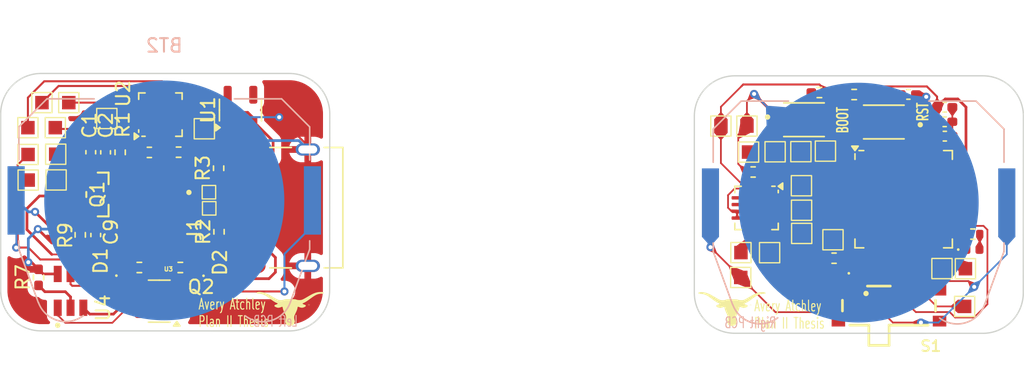
<source format=kicad_pcb>
(kicad_pcb (version 20240108) (generator "pcbnew") (generator_version "8.0")
  (layers (0 "F.Cu" signal) (31 "B.Cu" signal) (34 "B.Paste" user) (35 "F.Paste" user) (36 "B.SilkS" user "B.Silkscreen") (37 "F.SilkS" user "F.Silkscreen") (38 "B.Mask" user) (39 "F.Mask" user) (44 "Edge.Cuts" user))
  (net 0 "")
  (net 1 "B-")
  (net 2 "Net-(U2-GAIN_SLOT)")
  (net 3 "B+")
  (net 4 "VBUS")
  (net 5 "VDD_ESP")
  (net 6 "Net-(J1-CC1_B)")
  (net 7 "D-")
  (net 8 "D+")
  (net 11 "Net-(J1-CC1_A)")
  (net 12 "CLK1")
  (net 13 "SEL1")
  (net 14 "MIC_DATA1")
  (net 15 "Net-(Q1-D)")
  (net 16 "/G1")
  (net 17 "/G2")
  (net 18 "Net-(D2-K)")
  (net 19 "Net-(U3-~{CHRG})")
  (net 20 "Net-(U3-~{STDBY})")
  (net 21 "Net-(D1-K)")
  (net 22 "Net-(U3-PROG)")
  (net 23 "Net-(U4-CS)")
  (net 24 "SPK_P1")
  (net 25 "SPK_N1")
  (net 27 "SPK_DATA1")
  (net 33 "Net-(D3-A)")
  (net 34 "Net-(D4-A)")
  (net 35 "SEL2")
  (net 36 "MIC_DATA2")
  (net 37 "CLK2")
  (net 38 "/D1")
  (net 39 "Net-(U8-GPIO9)")
  (net 40 "Net-(U5-GAIN_SLOT)")
  (net 42 "SPK2_P")
  (net 43 "SPK2_N")
  (net 44 "RESET")
  (net 45 "SPK2_DATA")
  (net 46 "BOOT")
  (footprint "Capacitor_SMD:C_0402_1005Metric_Pad0.74x0.62mm_HandSolder" (layer "F.Cu") (at 58.9 66.6225 90)
    (property "Reference" "C1")
    (property "Value" "4.7uF" (hide yes))
  )
  (footprint "MountingHole:Mounting_Pad_Square" (layer "F.Cu") (at 60.09 64.12)
    (property "Reference" "TP25" (hide yes))
    (property "Value" "TestPoint" (hide yes))
  )
  (footprint "Capacitor_SMD:C_0402_1005Metric_Pad0.74x0.62mm_HandSolder" (layer "F.Cu") (at 60 66.63 90)
    (property "Reference" "C2")
    (property "Value" "10uF" (hide yes))
  )
  (footprint "Resistor_SMD:R_0402_1005Metric_Pad0.72x0.64mm_HandSolder" (layer "F.Cu") (at 115.499569 62.339909)
    (property "Reference" "R14" (hide yes))
    (property "Value" "10k" (hide yes))
  )
  (footprint "LED_SMD:LED_0402_1005Metric" (layer "F.Cu") (at 67.26 74.705 90)
    (property "Reference" "D2")
    (property "Value" "RED_LED" (hide yes))
  )
  (footprint "Package_DFN_QFN:TQFN-16-1EP_3x3mm_P0.5mm_EP1.23x1.23mm" (layer "F.Cu") (at 64.0625 63.83 90)
    (property "Reference" "U2")
    (property "Value" "MAX98357A" (hide yes))
  )
  (footprint "Resistor_SMD:R_0402_1005Metric_Pad0.72x0.64mm_HandSolder" (layer "F.Cu") (at 58.12 72.7575 -90)
    (property "Reference" "R9")
    (property "Value" "100" (hide yes))
  )
  (footprint "MountingHole:Mounting_Pad_Square" (layer "F.Cu") (at 111.589569 69.109909)
    (property "Reference" "TP9" (hide yes))
    (property "Value" "TestPoint" (hide yes))
  )
  (footprint "footprints:DMP3099L-7" (layer "F.Cu") (at 59.3955 69.76 -90)
    (property "Reference" "Q1")
    (property "Value" "PMOS" (hide yes))
  )
  (footprint "Package_DFN_QFN:TQFN-16-1EP_3x3mm_P0.5mm_EP1.23x1.23mm" (layer "F.Cu") (at 108.262069 70.759909 -90)
    (property "Reference" "U5" (hide yes))
    (property "Value" "MAX98357A" (hide yes))
  )
  (footprint "MountingHole:Mounting_Pad_Square" (layer "F.Cu") (at 67.68 70.79 90)
    (property "Reference" "TP28" (hide yes))
    (property "Value" "TestPoint" (hide yes))
  )
  (footprint "MountingHole:Mounting_Pad_Square" (layer "F.Cu") (at 67.32 64.88)
    (property "Reference" "TP30" (hide yes))
    (property "Value" "TestPoint" (hide yes))
  )
  (footprint "MountingHole:Mounting_Pad_Square" (layer "F.Cu") (at 54.25 66.79)
    (property "Reference" "TP27" (hide yes))
    (property "Value" "TestPoint" (hide yes))
  )
  (footprint "Resistor_SMD:R_0402_1005Metric_Pad0.72x0.64mm_HandSolder" (layer "F.Cu") (at 112.922069 62.189909 180)
    (property "Reference" "R15" (hide yes))
    (property "Value" "10k" (hide yes))
  )
  (footprint "Package_TO_SOT_SMD:SOT-23-5" (layer "F.Cu") (at 70 63.4925 90)
    (property "Reference" "U1")
    (property "Value" "AP2112K-3.3" (hide yes))
  )
  (footprint "MountingHole:Mounting_Pad_Square" (layer "F.Cu") (at 123.749569 75.269909)
    (property "Reference" "TP23" (hide yes))
    (property "Value" "TestPoint" (hide yes))
  )
  (footprint "LOGO" (layer "F.Cu") (at 106.439569 78.259909)
    (property "Reference" "G***" (hide yes))
    (property "Value" "LOGO" (hide yes))
  )
  (footprint "12402012E212A:AMPHENOL_12402012E212A" (layer "F.Cu") (at 74.99 70.74 90)
    (property "Reference" "J1")
    (property "Value" "12402012E212A")
  )
  (footprint "MountingHole:Mounting_Pad_Square" (layer "F.Cu") (at 54.24 64.8)
    (property "Reference" "TP1" (hide yes))
    (property "Value" "TestPoint" (hide yes))
  )
  (footprint "DW01A:SOT95P280X145-6N" (layer "F.Cu") (at 57.4 76.915 90)
    (property "Reference" "U4")
    (property "Value" "DW01A" (hide yes))
  )
  (footprint "Resistor_SMD:R_0402_1005Metric_Pad0.72x0.64mm_HandSolder" (layer "F.Cu") (at 65.4125 66.62 180)
    (property "Reference" "R6" (hide yes))
    (property "Value" "2k" (hide yes))
  )
  (footprint "MountingHole:Mounting_Pad_Square" (layer "F.Cu") (at 105.619569 64.679909)
    (property "Reference" "TP20" (hide yes))
    (property "Value" "TestPoint" (hide yes))
  )
  (footprint "MountingHole:Mounting_Pad_Square" (layer "F.Cu") (at 67.66 69.59 90)
    (property "Reference" "TP29" (hide yes))
    (property "Value" "TestPoint" (hide yes))
  )
  (footprint "MountingHole:Mounting_Pad_Square" (layer "F.Cu") (at 113.369569 66.539909)
    (property "Reference" "TP17" (hide yes))
    (property "Value" "TestPoint" (hide yes))
  )
  (footprint "MountingHole:Mounting_Pad_Square" (layer "F.Cu") (at 109.639569 66.589909)
    (property "Reference" "TP15" (hide yes))
    (property "Value" "TestPoint" (hide yes))
  )
  (footprint "Capacitor_SMD:C_0402_1005Metric_Pad0.74x0.62mm_HandSolder" (layer "F.Cu") (at 119.519569 62.329909)
    (property "Reference" "C5" (hide yes))
    (property "Value" "100nF" (hide yes))
  )
  (footprint "MountingHole:Mounting_Pad_Square" (layer "F.Cu") (at 55.28 62.94)
    (property "Reference" "TP2" (hide yes))
    (property "Value" "TestPoint" (hide yes))
  )
  (footprint "MountingHole:Mounting_Pad_Square" (layer "F.Cu") (at 107.549569 64.679909)
    (property "Reference" "TP6" (hide yes))
    (property "Value" "TestPoint" (hide yes))
  )
  (footprint "MountingHole:Mounting_Pad_Square" (layer "F.Cu") (at 123.689569 78.069909)
    (property "Reference" "TP21" (hide yes))
    (property "Value" "TestPoint" (hide yes))
  )
  (footprint "MountingHole:Mounting_Pad_Square" (layer "F.Cu") (at 109.229569 74.079909)
    (property "Reference" "TP4" (hide yes))
    (property "Value" "TestPoint" (hide yes))
  )
  (footprint "Capacitor_SMD:C_0402_1005Metric_Pad0.74x0.62mm_HandSolder" (layer "F.Cu") (at 122.222069 65.429909)
    (property "Reference" "C8" (hide yes))
    (property "Value" "1uF" (hide yes))
  )
  (footprint "Package_DFN_QFN:QFN-56-1EP_7x7mm_P0.4mm_EP4x4mm" (layer "F.Cu") (at 119.169569 70.109909)
    (property "Reference" "U8" (hide yes))
    (property "Value" "ESP32-S3" (hide yes))
  )
  (footprint "Resistor_SMD:R_0402_1005Metric_Pad0.72x0.64mm_HandSolder" (layer "F.Cu") (at 55.03 75.9125 90)
    (property "Reference" "R7")
    (property "Value" "1k" (hide yes))
  )
  (footprint "LED_SMD:LED_0402_1005Metric" (layer "F.Cu") (at 60.8 74.695 90)
    (property "Reference" "D1")
    (property "Value" "GREEN_LED" (hide yes))
  )
  (footprint "MountingHole:Mounting_Pad_Square" (layer "F.Cu") (at 107.669569 66.609909)
    (property "Reference" "TP18" (hide yes))
    (property "Value" "TestPoint" (hide yes))
  )
  (footprint "MountingHole:Mounting_Pad_Square" (layer "F.Cu") (at 111.609569 72.649909)
    (property "Reference" "TP7" (hide yes))
    (property "Value" "TestPoint" (hide yes))
  )
  (footprint "MountingHole:Mounting_Pad_Square" (layer "F.Cu") (at 111.599569 70.929909)
    (property "Reference" "TP8" (hide yes))
    (property "Value" "TestPoint" (hide yes))
  )
  (footprint "B3U-1000P:SW_B3U-1000P" (layer "F.Cu") (at 111.779569 64.209909)
    (property "Reference" "BOOT")
    (property "Value" "SW_Push" (hide yes))
  )
  (footprint "LED_SMD:LED_0402_1005Metric" (layer "F.Cu") (at 124.304569 73.849909)
    (property "Reference" "D3" (hide yes))
    (property "Value" "RED_LED" (hide yes))
  )
  (footprint "Resistor_SMD:R_0402_1005Metric_Pad0.72x0.64mm_HandSolder" (layer "F.Cu") (at 65.54 75.18 180)
    (property "Reference" "R4" (hide yes))
    (property "Value" "1k" (hide yes))
  )
  (footprint "Resistor_SMD:R_0402_1005Metric" (layer "F.Cu") (at 63.245 66.6362 180)
    (property "Reference" "R10" (hide yes))
    (property "Value" "100k" (hide yes))
  )
  (footprint "LOGO" (layer "F.Cu") (at 73.68 78.25)
    (property "Reference" "G***" (hide yes))
    (property "Value" "LOGO" (hide yes))
  )
  (footprint "B3U-1000P:SW_B3U-1000P" (layer "F.Cu") (at 117.699569 64.379909 180)
    (property "Reference" "RST")
    (property "Value" "SW_Push" (hide yes))
  )
  (footprint "LED_SMD:LED_0402_1005Metric" (layer "F.Cu") (at 114.014569 75.609909 180)
    (property "Reference" "D4" (hide yes))
    (property "Value" "GREEN_LED" (hide yes))
  )
  (footprint "MountingHole:Mounting_Pad_Square" (layer "F.Cu") (at 122.009569 75.259909)
    (property "Reference" "TP22" (hide yes))
    (property "Value" "TestPoint" (hide yes))
  )
  (footprint "MountingHole:Mounting_Pad_Square" (layer "F.Cu") (at 107.089569 75.919909)
    (property "Reference" "TP24" (hide yes))
    (property "Value" "TestPoint" (hide yes))
  )
  (footprint "MountingHole:Mounting_Pad_Square" (layer "F.Cu") (at 111.549569 66.579909)
    (property "Reference" "TP16" (hide yes))
    (property "Value" "TestPoint" (hide yes))
  )
  (footprint "MountingHole:Mounting_Pad_Square" (layer "F.Cu") (at 107.104569 74.074909)
    (property "Reference" "TP3" (hide yes))
    (property "Value" "TestPoint" (hide yes))
  )
  (footprint "Resistor_SMD:R_0402_1005Metric" (layer "F.Cu") (at 124.299569 72.699909)
    (property "Reference" "R11" (hide yes))
    (property "Value" "470" (hide yes))
  )
  (footprint "MountingHole:Mounting_Pad_Square" (layer "F.Cu") (at 113.929569 73.119909)
    (property "Reference" "TP13" (hide yes))
    (property "Value" "TestPoint" (hide yes))
  )
  (footprint "Capacitor_SMD:C_0402_1005Metric_Pad0.74x0.62mm_HandSolder" (layer "F.Cu") (at 122.209569 64.359909)
    (property "Reference" "C3" (hide yes))
    (property "Value" "4.7uF" (hide yes))
  )
  (footprint "Capacitor_SMD:C_0402_1005Metric_Pad0.74x0.62mm_HandSolder" (layer "F.Cu") (at 59.27 72.77 -90)
    (property "Reference" "C9")
    (property "Value" "100nF" (hide yes))
  )
  (footprint "Resistor_SMD:R_0402_1005Metric_Pad0.72x0.64mm_HandSolder" (layer "F.Cu") (at 68.38 67.81 90)
    (property "Reference" "R3")
    (property "Value" "5.1k" (hide yes))
  )
  (footprint "MountingHole:Mounting_Pad_Square" (layer "F.Cu") (at 56.33 68.68)
    (property "Reference" "TP31" (hide yes))
    (property "Value" "TestPoint" (hide yes))
  )
  (footprint "MountingHole:Mounting_Pad_Square" (layer "F.Cu") (at 57.27 62.94)
    (property "Reference" "TP10" (hide yes))
    (property "Value" "TestPoint" (hide yes))
  )
  (footprint "Resistor_SMD:R_0402_1005Metric" (layer "F.Cu") (at 108.009569 68.089909 180)
    (property "Reference" "R13" (hide yes))
    (property "Value" "100k" (hide yes))
  )
  (footprint "Capacitor_SMD:C_0402_1005Metric_Pad0.74x0.62mm_HandSolder" (layer "F.Cu") (at 122.212069 63.279909)
    (property "Reference" "C4" (hide yes))
    (property "Value" "100nF" (hide yes))
  )
  (footprint "Resistor_SMD:R_0402_1005Metric_Pad0.72x0.64mm_HandSolder" (layer "F.Cu") (at 61.08 66.63 90)
    (property "Reference" "R1")
    (property "Value" "100k" (hide yes))
  )
  (footprint "450404015514:450404015514" (layer "F.Cu") (at 118.079569 78.009909 180)
    (property "Reference" "S1")
    (property "Value" "450404015514" (hide yes))
  )
  (footprint "MountingHole:Mounting_Pad_Square" (layer "F.Cu") (at 56.3 66.77)
    (property "Reference" "TP12" (hide yes))
    (property "Value" "TestPoint" (hide yes))
  )
  (footprint "Resistor_SMD:R_0402_1005Metric_Pad0.72x0.64mm_HandSolder" (layer "F.Cu") (at 68.41 72.53 90)
    (property "Reference" "R2")
    (property "Value" "5.1k" (hide yes))
  )
  (footprint "Package_TO_SOT_SMD:SOT-23-6" (layer "F.Cu") (at 63.9775 77.68 180)
    (property "Reference" "Q2")
    (property "Value" "FS8205A" (hide yes))
  )
  (footprint "MountingHole:Mounting_Pad_Square" (layer "F.Cu") (at 56.27 64.8)
    (property "Reference" "TP11" (hide yes))
    (property "Value" "TestPoint" (hide yes))
  )
  (footprint "TP4056 (1):SO08-PAD-300" (layer "F.Cu") (at 64.075 70.8962 180)
    (property "Reference" "U3")
    (property "Value" "TP4056")
  )
  (footprint "MountingHole:Mounting_Pad_Square" (layer "F.Cu") (at 54.26 68.69)
    (property "Reference" "TP14" (hide yes))
    (property "Value" "TestPoint" (hide yes))
  )
  (footprint "Resistor_SMD:R_0402_1005Metric" (layer "F.Cu") (at 114.009569 74.489909)
    (property "Reference" "R12" (hide yes))
    (property "Value" "470" (hide yes))
  )
  (footprint "Resistor_SMD:R_0402_1005Metric_Pad0.72x0.64mm_HandSolder" (layer "F.Cu") (at 62.5025 75.18)
    (property "Reference" "R5" (hide yes))
    (property "Value" "1k" (hide yes))
  )
  (footprint "Battery:BatteryHolder_Keystone_3034_1x20mm_CustomCourtyard" (layer "B.Cu") (at 115.829569 70.363539 180)
    (property "Reference" "BT1" (hide yes))
    (property "Value" "Battery_Cell")
  )
  (footprint "Battery:BatteryHolder_Keystone_3034_1x20mm_CustomCourtyard" (layer "B.Cu") (at 64.35 70.2 180)
    (property "Reference" "BT2")
    (property "Value" "Battery_Cell" (hide yes))
  )
  (gr_poly (pts (arc (start 106.642018 80.062018) (mid 104.525409 79.185289) (end 103.64868 77.06868)) (arc (start 103.65 63.95) (mid 104.52868 61.82868) (end 106.65 60.95)) (arc (start 125.04736 60.95) (mid 127.16868 61.82868) (end 128.04736 63.95)) (arc (start 128.03736 77.06736) (mid 127.15868 79.18868) (end 125.03736 80.06736))) (stroke (width 0.1)) (fill none) (layer "Edge.Cuts"))
  (gr_poly (pts (arc (start 55.213966 79.885883) (mid 53.097357 79.009154) (end 52.220628 76.892545)) (arc (start 52.221948 63.773865) (mid 53.100628 61.652545) (end 55.221948 60.773865)) (arc (start 73.619308 60.773865) (mid 75.740628 61.652545) (end 76.619308 63.773865)) (arc (start 76.609308 76.891225) (mid 75.730628 79.012545) (end 73.609308 79.891225))) (stroke (width 0.1)) (fill none) (layer "Edge.Cuts"))
  (gr_text "Left PCB\n" (at 74.29 79.64 0) (layer "B.SilkS") (effects (font (size 0.8 0.5) (thickness 0.08)) (justify left bottom mirror)))
  (gr_text "Right PCB\n" (at 109.759569 79.749909 0) (layer "B.SilkS") (effects (font (size 0.8 0.5) (thickness 0.08)) (justify left bottom mirror)))
  (gr_text "Avery Atchley\nPlan II Thesis" (at 108.039569 79.789909 0) (layer "F.SilkS") (effects (font (size 0.8 0.5) (thickness 0.08)) (justify left bottom)))
  (gr_text "Avery Atchley\nPlan II Thesis" (at 66.84 79.66 0) (layer "F.SilkS") (effects (font (size 0.8 0.5) (thickness 0.08)) (justify left bottom)))
  (segment (start 64.797304 77.68) (end 65.115 77.68) (width 0.15) (layer "F.Cu") (net 1))
  (segment (start 62.625 64.08) (end 62.198114 64.08) (width 0.2) (layer "F.Cu") (net 1))
  (segment (start 109.699569 70.509909) (end 108.512069 70.509909) (width 0.127) (layer "F.Cu") (net 1))
  (segment (start 70.81 75.06) (end 70.81 74.51) (width 0.15) (layer "F.Cu") (net 1))
  (segment (start 56.45 75.66) (end 55.375 75.66) (width 0.2) (layer "F.Cu") (net 1))
  (segment (start 70 64.63) (end 70 65.61) (width 0.15) (layer "F.Cu") (net 1))
  (segment (start 70.81 74.51) (end 70.24 73.94) (width 0.15) (layer "F.Cu") (net 1))
  (segment (start 63.44 68.28) (end 63.44 70.2612) (width 0.2) (layer "F.Cu") (net 1))
  (segment (start 67.29 77.68) (end 65.115 77.68) (width 0.2) (layer "F.Cu") (net 1))
  (segment (start 65.98 66.65) (end 66.01 66.62) (width 0.2) (layer "F.Cu") (net 1))
  (segment (start 65.98 68.28) (end 65.98 68.9912) (width 0.2) (layer "F.Cu") (net 1))
  (segment (start 55.375 75.66) (end 55.03 75.315) (width 0.2) (layer "F.Cu") (net 1))
  (segment (start 65.98 68.9912) (end 64.075 70.8962) (width 0.2) (layer "F.Cu") (net 1))
  (segment (start 108.512069 70.509909) (end 108.262069 70.759909) (width 0.127) (layer "F.Cu") (net 1))
  (segment (start 64.0625 63.83) (end 63.8125 63.58) (width 0.2) (layer "F.Cu") (net 1))
  (segment (start 64.766948 77.52) (end 65.12 77.52) (width 0.2) (layer "F.Cu") (net 1))
  (segment (start 108.512069 71.009909) (end 108.512069 72.197409) (width 0.127) (layer "F.Cu") (net 1))
  (segment (start 119.169569 70.109909) (end 122.909569 73.849909) (width 0.127) (layer "F.Cu") (net 1))
  (segment (start 62.84 78.63) (end 63.847304 78.63) (width 0.15) (layer "F.Cu") (net 1))
  (segment (start 70.81 66.97) (end 70.24 67.54) (width 0.15) (layer "F.Cu") (net 1))
  (segment (start 63.8125 64.08) (end 64.0625 63.83) (width 0.2) (layer "F.Cu") (net 1))
  (segment (start 65.115 77.68) (end 65.115 76.73) (width 0.15) (layer "F.Cu") (net 1))
  (segment (start 63.8125 63.58) (end 63.8125 62.3925) (width 0.2) (layer "F.Cu") (net 1))
  (segment (start 68.7075 67.54) (end 70.24 67.54) (width 0.2) (layer "F.Cu") (net 1))
  (segment (start 63.847304 78.63) (end 64.797304 77.68) (width 0.15) (layer "F.Cu") (net 1))
  (segment (start 108.012069 69.322409) (end 108.012069 68.602409) (width 0.127) (layer "F.Cu") (net 1))
  (segment (start 108.012069 70.509909) (end 108.012069 69.322409) (width 0.127) (layer "F.Cu") (net 1))
  (segment (start 66.01 66.62) (end 65.39 66) (width 0.2) (layer "F.Cu") (net 1))
  (segment (start 62.158114 64.12) (end 60.09 64.12) (width 0.2) (layer "F.Cu") (net 1))
  (segment (start 106.906069 67.496409) (end 106.906069 65.323409) (width 0.127) (layer "F.Cu") (net 1))
  (segment (start 64.766948 76.57) (end 65.12 76.57) (width 0.2) (layer "F.Cu") (net 1))
  (segment (start 62.735 66.6362) (end 62.1538 66.055) (width 0.2) (layer "F.Cu") (net 1))
  (segment (start 112.873069 76.196409) (end 109.786569 73.109909) (width 0.127) (layer "F.Cu") (net 1))
  (segment (start 108.262069 70.759909) (end 108.512069 71.009909) (width 0.127) (layer "F.Cu") (net 1))
  (segment (start 67.59 77.98) (end 67.29 77.68) (width 0.2) (layer "F.Cu") (net 1))
  (segment (start 54.27 74.79) (end 54.505 74.79) (width 0.2) (layer "F.Cu") (net 1))
  (segment (start 64.3125 65.2675) (end 64.3125 64.08) (width 0.2) (layer "F.Cu") (net 1))
  (segment (start 113.913069 76.196409) (end 112.873069 76.196409) (width 0.127) (layer "F.Cu") (net 1))
  (segment (start 119.169569 70.109909) (end 119.169569 70.104651) (width 0.127) (layer "F.Cu") (net 1))
  (segment (start 107.499569 68.089909) (end 106.906069 67.496409) (width 0.127) (layer "F.Cu") (net 1))
  (segment (start 64.075 70.8962) (end 66.1787 70.8962) (width 0.2) (layer "F.Cu") (net 1))
  (segment (start 109.996069 64.209909) (end 108.079569 62.293409) (width 0.2) (layer "F.Cu") (net 1))
  (segment (start 122.779569 66.494651) (end 122.779569 63.279909) (width 0.127) (layer "F.Cu") (net 1))
  (segment (start 116.200811 73.908667) (end 116.200811 73.078667) (width 0.127) (layer "F.Cu") (net 1))
  (segment (start 65.39 66) (end 64.618114 66) (width 0.2) (layer "F.Cu") (net 1))
  (segment (start 70 65.61) (end 70.81 66.42) (width 0.15) (layer "F.Cu") (net 1))
  (segment (start 74.99 75.06) (end 74.99 66.42) (width 0.15) (layer "F.Cu") (net 1))
  (segment (start 62.625 64.08) (end 63.8125 64.08) (width 0.2) (layer "F.Cu") (net 1))
  (segment (start 65.98 68.28) (end 65.98 66.65) (width 0.2) (layer "F.Cu") (net 1))
  (segment (start 75.24 66.38) (end 74.5 66.38) (width 0.2) (layer "F.Cu") (net 1))
  (segment (start 66.6025 67.2125) (end 66.01 66.62) (width 0.2) (layer "F.Cu") (net 1))
  (segment (start 73.73 77.98) (end 74.99 76.72) (width 0.2) (layer "F.Cu") (net 1))
  (segment (start 62.198114 64.08) (end 62.158114 64.12) (width 0.2) (layer "F.Cu") (net 1))
  (segment (start 67.59 77.98) (end 73.73 77.98) (width 0.2) (layer "F.Cu") (net 1))
  (segment (start 114.499569 75.609909) (end 113.913069 76.196409) (width 0.127) (layer "F.Cu") (net 1))
  (segment (start 110.079569 64.209909) (end 109.996069 64.209909) (width 0.2) (layer "F.Cu") (net 1))
  (segment (start 108.512069 72.64746) (end 108.512069 72.197409) (width 0.127) (layer "F.Cu") (net 1))
  (segment (start 68.38 67.2125) (end 68.7075 67.54) (width 0.2) (layer "F.Cu") (net 1))
  (segment (start 122.909569 73.849909) (end 123.819569 73.849909) (width 0.127) (layer "F.Cu") (net 1))
  (segment (start 107.549569 62.823409) (end 107.549569 64.679909) (width 0.127) (layer "F.Cu") (net 1))
  (segment (start 106.906069 65.323409) (end 107.549569 64.679909) (width 0.127) (layer "F.Cu") (net 1))
  (segment (start 70.24 73.94) (end 69.2225 73.94) (width 0.15) (layer "F.Cu") (net 1))
  (segment (start 62.735 66.6362) (end 63.44 67.3412) (width 0.2) (layer "F.Cu") (net 1))
  (segment (start 118.169569 69.109909) (end 119.169569 70.109909) (width 0.2) (layer "F.Cu") (net 1))
  (segment (start 120.087069 62.329909) (end 119.989569 62.427409) (width 0.2) (layer "F.Cu") (net 1))
  (segment (start 74.99 66.42) (end 74.99 66.14) (width 0.15) (layer "F.Cu") (net 1))
  (segment (start 119.169569 70.104651) (end 122.779569 66.494651) (width 0.127) (layer "F.Cu") (net 1))
  (segment (start 68.38 67.2125) (end 66.6025 67.2125) (width 0.2) (layer "F.Cu") (net 1))
  (segment (start 58.12 73.355) (end 56.005 73.355) (width 0.2) (layer "F.Cu") (net 1))
  (segment (start 116.200811 73.078667) (end 119.169569 70.109909) (width 0.127) (layer "F.Cu") (net 1))
  (segment (start 74.99 66.14) (end 72.87 64.02) (width 0.15) (layer "F.Cu") (net 1))
  (segment (start 70.81 66.42) (end 70.81 66.97) (width 0.15) (layer "F.Cu") (net 1))
  (segment (start 64.3125 65.694386) (end 64.3125 65.2675) (width 0.2) (layer "F.Cu") (net 1))
  (segment (start 66.1787 70.8962) (end 68.41 73.1275) (width 0.2) (layer "F.Cu") (net 1))
  (segment (start 56.005 73.355) (end 54.98 72.33) (width 0.2) (layer "F.Cu") (net 1))
  (segment (start 119.399569 63.719909) (end 119.399569 64.379909) (width 0.2) (layer "F.Cu") (net 1))
  (segment (start 65.98 67.835) (end 65.98 68.28) (width 0.2) (layer "F.Cu") (net 1))
  (segment (start 120.087069 62.329909) (end 120.666395 62.329909) (width 0.2) (layer "F.Cu") (net 1))
  (segment (start 64.3125 64.08) (end 64.0625 63.83) (width 0.2) (layer "F.Cu") (net 1))
  (segment (start 54.505 74.79) (end 55.03 75.315) (width 0.2) (layer "F.Cu") (net 1))
  (segment (start 108.262069 70.759909) (end 108.012069 70.509909) (width 0.127) (layer "F.Cu") (net 1))
  (segment (start 59.27 73.3375) (end 58.1375 73.3375) (width 0.2) (layer "F.Cu") (net 1))
  (segment (start 66.6025 67.2125) (end 65.98 67.835) (width 0.2) (layer "F.Cu") (net 1))
  (segment (start 69.2225 73.94) (end 68.41 73.1275) (width 0.15) (layer "F.Cu") (net 1))
  (segment (start 64.618114 66) (end 64.3125 65.694386) (width 0.2) (layer "F.Cu") (net 1))
  (segment (start 58.1375 73.3375) (end 58.12 73.355) (width 0.2) (layer "F.Cu") (net 1))
  (segment (start 120.666395 62.329909) (end 120.842982 62.506496) (width 0.2) (layer "F.Cu") (net 1))
  (segment (start 108.974518 73.109909) (end 108.512069 72.64746) (width 0.127) (layer "F.Cu") (net 1))
  (segment (start 114.499569 75.609909) (end 116.200811 73.908667) (width 0.127) (layer "F.Cu") (net 1))
  (segment (start 63.44 67.3412) (end 63.44 68.28) (width 0.2) (layer "F.Cu") (net 1))
  (segment (start 62.1538 66.055) (end 58.9 66.055) (width 0.2) (layer "F.Cu") (net 1))
  (segment (start 119.989569 62.427409) (end 119.989569 63.129909) (width 0.2) (layer "F.Cu") (net 1))
  (segment (start 109.786569 73.109909) (end 108.974518 73.109909) (width 0.127) (layer "F.Cu") (net 1))
  (segment (start 74.99 76.72) (end 74.99 75.06) (width 0.2) (layer "F.Cu") (net 1))
  (segment (start 118.169569 65.609909) (end 118.169569 66.659909) (width 0.2) (layer "F.Cu") (net 1))
  (segment (start 119.989569 63.129909) (end 119.399569 63.719909) (width 0.2) (layer "F.Cu") (net 1))
  (segment (start 108.012069 68.602409) (end 107.499569 68.089909) (width 0.127) (layer "F.Cu") (net 1))
  (segment (start 108.079569 62.293409) (end 107.549569 62.823409) (width 0.127) (layer "F.Cu") (net 1))
  (segment (start 63.44 70.2612) (end 64.075 70.8962) (width 0.2) (layer "F.Cu") (net 1))
  (segment (start 119.399569 64.379909) (end 118.169569 65.609909) (width 0.2) (layer "F.Cu") (net 1))
  (via (at 120.842982 62.506496) (size 0.6) (drill 0.3) (layers "F.Cu" "B.Cu") (net 1))
  (via (at 54.27 74.79) (size 0.6) (drill 0.3) (layers "F.Cu" "B.Cu") (net 1))
  (via (at 108.079569 62.293409) (size 0.6) (drill 0.3) (layers "F.Cu" "B.Cu") (net 1))
  (via (at 72.87 64.02) (size 0.6) (drill 0.3) (layers "F.Cu" "B.Cu") (net 1))
  (via (at 54.98 72.33) (size 0.6) (drill 0.3) (layers "F.Cu" "B.Cu") (net 1))
  (segment (start 70.53 64.02) (end 64.35 70.2) (width 0.15) (layer "B.Cu") (net 1))
  (segment (start 54.98 72.33) (end 62.215 72.33) (width 0.2) (layer "B.Cu") (net 1))
  (segment (start 115.829569 66.799909) (end 115.829569 70.363539) (width 0.127) (layer "B.Cu") (net 1))
  (segment (start 62.215 72.33) (end 68.785 65.76) (width 0.2) (layer "B.Cu") (net 1))
  (segment (start 120.842982 65.350126) (end 115.829569 70.363539) (width 0.2) (layer "B.Cu") (net 1))
  (segment (start 115.829569 70.043409) (end 108.079569 62.293409) (width 0.127) (layer "B.Cu") (net 1))
  (segment (start 54.98 72.33) (end 54.27 73.04) (width 0.2) (layer "B.Cu") (net 1))
  (segment (start 115.829569 70.363539) (end 115.829569 70.043409) (width 0.127) (layer "B.Cu") (net 1))
  (segment (start 120.842982 62.506496) (end 120.842982 65.350126) (width 0.2) (layer "B.Cu") (net 1))
  (segment (start 54.27 73.04) (end 54.27 74.79) (width 0.2) (layer "B.Cu") (net 1))
  (segment (start 72.87 64.02) (end 70.53 64.02) (width 0.15) (layer "B.Cu") (net 1))
  (segment (start 68.785 65.76) (end 74.33 65.76) (width 0.2) (layer "B.Cu") (net 1))
  (segment (start 74.33 65.76) (end 74.99 66.42) (width 0.2) (layer "B.Cu") (net 1))
  (segment (start 63.8125 66.5787) (end 63.755 66.6362) (width 0.2) (layer "F.Cu") (net 2))
  (segment (start 63.8125 65.2675) (end 63.8125 66.5787) (width 0.2) (layer "F.Cu") (net 2))
  (segment (start 121.412569 76.189909) (end 123.969569 76.189909) (width 0.127) (layer "F.Cu") (net 3))
  (segment (start 54.25 66.79) (end 53.485 67.555) (width 0.15) (layer "F.Cu") (net 3))
  (segment (start 60.8601 72.2025) (end 62.17 73.5124) (width 0.2) (layer "F.Cu") (net 3))
  (segment (start 68.97 76.96) (end 73.26 76.96) (width 0.15) (layer "F.Cu") (net 3))
  (segment (start 55.155 74.585) (end 54.27 73.7) (width 0.15) (layer "F.Cu") (net 3))
  (segment (start 62.152066 76.1665) (end 68.1765 76.1665) (width 0.127) (layer "F.Cu") (net 3))
  (segment (start 60.465 76.54) (end 60.835 76.17) (width 0.127) (layer "F.Cu") (net 3))
  (segment (start 55.88 72.16) (end 54.77 71.05) (width 0.2) (layer "F.Cu") (net 3))
  (segment (start 58.12 72.16) (end 55.88 72.16) (width 0.2) (layer "F.Cu") (net 3))
  (segment (start 121.246069 75.585857) (end 121.246069 76.023409) (width 0.127) (layer "F.Cu") (net 3))
  (segment (start 118.829569 75.959909) (end 119.769845 75.019633) (width 0.127) (layer "F.Cu") (net 3))
  (segment (start 57.08 74.585) (end 55.155 74.585) (width 0.15) (layer "F.Cu") (net 3))
  (segment (start 57.4 75.66) (end 57.4 74.905) (width 0.15) (layer "F.Cu") (net 3))
  (segment (start 57.4 75.66) (end 57.4 76.415) (width 0.15) (layer "F.Cu") (net 3))
  (segment (start 117.596069 78.496409) (end 118.365688 79.266028) (width 0.127) (layer "F.Cu") (net 3))
  (segment (start 57.4 76.415) (end 57.525 76.54) (width 0.15) (layer "F.Cu") (net 3))
  (segment (start 109.666069 78.496409) (end 117.596069 78.496409) (width 0.127) (layer "F.Cu") (net 3))
  (segment (start 53.485 73.585) (end 53.37 73.7) (width 0.15) (layer "F.Cu") (net 3))
  (segment (start 104.844569 73.674909) (end 107.089569 75.919909) (width 0.127) (layer "F.Cu") (net 3))
  (segment (start 58.12 72.16) (end 59.2275 72.16) (width 0.2) (layer "F.Cu") (net 3))
  (segment (start 68.1765 76.1665) (end 68.97 76.96) (width 0.127) (layer "F.Cu") (net 3))
  (segment (start 54.27 73.7) (end 53.37 73.7) (width 0.15) (layer "F.Cu") (net 3))
  (segment (start 57.4 74.905) (end 57.08 74.585) (width 0.15) (layer "F.Cu") (net 3))
  (segment (start 59.27 72.2025) (end 60.8601 72.2025) (width 0.2) (layer "F.Cu") (net 3))
  (segment (start 62.148566 76.17) (end 62.152066 76.1665) (width 0.127) (layer "F.Cu") (net 3))
  (segment (start 107.089569 75.919909) (end 109.666069 78.496409) (width 0.127) (layer "F.Cu") (net 3))
  (segment (start 119.769845 75.019633) (end 120.679845 75.019633) (width 0.127) (layer "F.Cu") (net 3))
  (segment (start 53.485 67.555) (end 53.485 73.585) (width 0.15) (layer "F.Cu") (net 3))
  (segment (start 121.246069 76.023409) (end 121.412569 76.189909) (width 0.127) (layer "F.Cu") (net 3))
  (segment (start 123.969569 76.189909) (end 124.399569 76.619909) (width 0.127) (layer "F.Cu") (net 3))
  (segment (start 118.365688 79.266028) (end 120.44957 79.266028) (width 0.127) (layer "F.Cu") (net 3))
  (segment (start 59.2275 72.16) (end 59.27 72.2025) (width 0.2) (layer "F.Cu") (net 3))
  (segment (start 60.835 76.17) (end 62.148566 76.17) (width 0.127) (layer "F.Cu") (net 3))
  (segment (start 57.525 76.54) (end 60.465 76.54) (width 0.15) (layer "F.Cu") (net 3))
  (segment (start 120.679845 75.019633) (end 121.246069 75.585857) (width 0.127) (layer "F.Cu") (net 3))
  (via (at 53.37 73.7) (size 0.6) (drill 0.3) (layers "F.Cu" "B.Cu") (net 3))
  (via (at 73.26 76.96) (size 0.6) (drill 0.3) (layers "F.Cu" "B.Cu") (net 3))
  (via (at 54.77 71.05) (size 0.6) (drill 0.3) (layers "F.Cu" "B.Cu") (net 3))
  (via (at 104.844569 73.674909) (size 0.6) (drill 0.3) (layers "F.Cu" "B.Cu") (net 3))
  (via (at 124.399569 76.619909) (size 0.6) (drill 0.3) (layers "F.Cu" "B.Cu") (net 3))
  (via (at 120.44957 79.266028) (size 0.6) (drill 0.3) (layers "F.Cu" "B.Cu") (net 3))
  (segment (start 53.37 73.7) (end 53.37 73.39) (width 0.15) (layer "B.Cu") (net 3))
  (segment (start 73.26 74.175) (end 75.36 72.075) (width 0.15) (layer "B.Cu") (net 3))
  (segment (start 120.44957 79.266028) (end 121.75345 79.266028) (width 0.127) (layer "B.Cu") (net 3))
  (segment (start 53.39 73.37) (end 53.39 70.17) (width 0.15) (layer "B.Cu") (net 3))
  (segment (start 53.39 70.79) (end 53.39 70.17) (width 0.2) (layer "B.Cu") (net 3))
  (segment (start 124.399569 76.619909) (end 126.814569 74.204909) (width 0.127) (layer "B.Cu") (net 3))
  (segment (start 75.36 72.075) (end 75.36 70.17) (width 0.15) (layer "B.Cu") (net 3))
  (segment (start 54.27 71.05) (end 53.39 70.17) (width 0.2) (layer "B.Cu") (net 3))
  (segment (start 73.26 76.96) (end 73.26 74.175) (width 0.15) (layer "B.Cu") (net 3))
  (segment (start 54.77 71.05) (end 54.27 71.05) (width 0.2) (layer "B.Cu") (net 3))
  (segment (start 104.844569 73.674909) (end 104.844569 70.363539) (width 0.127) (layer "B.Cu") (net 3))
  (segment (start 121.75345 79.266028) (end 124.399569 76.619909) (width 0.127) (layer "B.Cu") (net 3))
  (segment (start 53.37 73.39) (end 53.39 73.37) (width 0.15) (layer "B.Cu") (net 3))
  (segment (start 126.814569 74.204909) (end 126.814569 70.363539) (width 0.127) (layer "B.Cu") (net 3))
  (segment (start 58.39 70.710001) (end 59.450999 70.710001) (width 0.2) (layer "F.Cu") (net 4))
  (segment (start 61.08 67.2275) (end 61.1175 67.2275) (width 0.2) (layer "F.Cu") (net 4))
  (segment (start 71.93 72.43) (end 71.93 69.24) (width 0.2) (layer "F.Cu") (net 4))
  (segment (start 69.350001 63.6675) (end 70.5375 63.6675) (width 0.2) (layer "F.Cu") (net 4))
  (segment (start 69.53 76.01) (end 72.11 76.01) (width 0.2) (layer "F.Cu") (net 4))
  (segment (start 72.42 65.800001) (end 72.42 67.04) (width 0.2) (layer "F.Cu") (net 4))
  (segment (start 61.1175 67.2275) (end 62.17 68.28) (width 0.2) (layer "F.Cu") (net 4))
  (segment (start 71.249999 64.63) (end 72.42 65.800001) (width 0.2) (layer "F.Cu") (net 4))
  (segment (start 54.17 72.368529) (end 54.17 70.8) (width 0.2) (layer "F.Cu") (net 4))
  (segment (start 60.8 74.21) (end 60.2165 74.7935) (width 0.127) (layer "F.Cu") (net 4))
  (segment (start 71.93 69.24) (end 71.03 68.34) (width 0.2) (layer "F.Cu") (net 4))
  (segment (start 60.69 69.76) (end 62.17 68.28) (width 0.2) (layer "F.Cu") (net 4))
  (segment (start 72.59 75.53) (end 72.59 74.44) (width 0.2) (layer "F.Cu") (net 4))
  (segment (start 60.8 74.21) (end 56.011471 74.21) (width 0.127) (layer "F.Cu") (net 4))
  (segment (start 71.22 73.14) (end 70.24 73.14) (width 0.2) (layer "F.Cu") (net 4))
  (segment (start 60.54967 75.835) (end 69.355 75.835) (width 0.127) (layer "F.Cu") (net 4))
  (segment (start 58.9 67.19) (end 61.0425 67.19) (width 0.2) (layer "F.Cu") (net 4))
  (segment (start 67.74 74.22) (end 69.53 76.01) (width 0.2) (layer "F.Cu") (net 4))
  (segment (start 70.95 64.63) (end 71.249999 64.63) (width 0.2) (layer "F.Cu") (net 4))
  (segment (start 71.12 68.34) (end 70.24 68.34) (width 0.2) (layer "F.Cu") (net 4))
  (segment (start 54.17 70.8) (end 55.1 69.87) (width 0.2) (layer "F.Cu") (net 4))
  (segment (start 57.549999 69.87) (end 58.39 70.710001) (width 0.2) (layer "F.Cu") (net 4))
  (segment (start 55.1 69.87) (end 57.549999 69.87) (width 0.2) (layer "F.Cu") (net 4))
  (segment (start 72.11 76.01) (end 72.59 75.53) (width 0.2) (layer "F.Cu") (net 4))
  (segment (start 69.05 64.63) (end 69.05 63.967501) (width 0.2) (layer "F.Cu") (net 4))
  (segment (start 59.450999 70.710001) (end 60.401 69.76) (width 0.2) (layer "F.Cu") (net 4))
  (segment (start 69.05 63.967501) (end 69.350001 63.6675) (width 0.2) (layer "F.Cu") (net 4))
  (segment (start 66.5524 73.5124) (end 67.26 74.22) (width 0.2) (layer "F.Cu") (net 4))
  (segment (start 61.0425 67.19) (end 61.08 67.2275) (width 0.2) (layer "F.Cu") (net 4))
  (segment (start 70.95 64.08) (end 70.95 64.63) (width 0.2) (layer "F.Cu") (net 4))
  (segment (start 70.5375 63.6675) (end 70.95 64.08) (width 0.2) (layer "F.Cu") (net 4))
  (segment (start 60.401 69.76) (end 60.69 69.76) (width 0.2) (layer "F.Cu") (net 4))
  (segment (start 60.2165 75.50183) (end 60.54967 75.835) (width 0.127) (layer "F.Cu") (net 4))
  (segment (start 67.26 74.22) (end 67.74 74.22) (width 0.2) (layer "F.Cu") (net 4))
  (segment (start 72.42 67.04) (end 71.12 68.34) (width 0.2) (layer "F.Cu") (net 4))
  (segment (start 71.29 73.14) (end 70.24 73.14) (width 0.2) (layer "F.Cu") (net 4))
  (segment (start 56.011471 74.21) (end 54.17 72.368529) (width 0.2) (layer "F.Cu") (net 4))
  (segment (start 72.59 74.44) (end 71.29 73.14) (width 0.2) (layer "F.Cu") (net 4))
  (segment (start 71.93 72.43) (end 71.22 73.14) (width 0.2) (layer "F.Cu") (net 4))
  (segment (start 71.03 68.34) (end 70.24 68.34) (width 0.2) (layer "F.Cu") (net 4))
  (segment (start 69.355 75.835) (end 69.53 76.01) (width 0.127) (layer "F.Cu") (net 4))
  (segment (start 62.17 68.28) (end 62.17 68.430999) (width 0.2) (layer "F.Cu") (net 4))
  (segment (start 65.98 73.5124) (end 66.5524 73.5124) (width 0.2) (layer "F.Cu") (net 4))
  (segment (start 60.2165 74.7935) (end 60.2165 75.50183) (width 0.127) (layer "F.Cu") (net 4))
  (segment (start 125.379569 72.382603) (end 125.086875 72.089909) (width 0.127) (layer "F.Cu") (net 5))
  (segment (start 68.325 63.08) (end 65.5 63.08) (width 0.2) (layer "F.Cu") (net 5))
  (segment (start 106.636803 69.322409) (end 107.512069 69.322409) (width 0.127) (layer "F.Cu") (net 5))
  (segment (start 65.5 63.08) (end 65.5 63.58) (width 0.2) (layer "F.Cu") (net 5))
  (segment (start 118.569569 74.792909) (end 118.216069 75.146409) (width 0.127) (layer "F.Cu") (net 5))
  (segment (start 114.902069 62.339909) (end 113.669569 62.339909) (width 0.15) (layer "F.Cu") (net 5))
  (segment (start 121.303209 65.429909) (end 121.654569 65.429909) (width 0.2) (layer "F.Cu") (net 5))
  (segment (start 123.184831 62.669909) (end 122.254569 62.669909) (width 0.2) (layer "F.Cu") (net 5))
  (segment (start 105.619569 67.429909) (end 107.512069 69.322409) (width 0.127) (layer "F.Cu") (net 5))
  (segment (start 106.824569 71.009909) (end 106.824569 71.509909) (width 0.127) (layer "F.Cu") (net 5))
  (segment (start 120.069569 78.489909) (end 122.582569 78.489909) (width 0.127) (layer "F.Cu") (net 5))
  (segment (start 125.086875 72.089909) (end 124.399569 72.089909) (width 0.127) (layer "F.Cu") (net 5))
  (segment (start 105.619569 63.249909) (end 105.619569 64.679909) (width 0.127) (layer "F.Cu") (net 5))
  (segment (start 69.05 62.355) (end 68.325 63.08) (width 0.2) (layer "F.Cu") (net 5))
  (segment (start 106.148569 69.810643) (end 106.636803 69.322409) (width 0.127) (layer "F.Cu") (net 5))
  (segment (start 105.619569 64.679909) (end 105.619569 67.429909) (width 0.127) (layer "F.Cu") (net 5))
  (segment (start 107.139569 61.729909) (end 105.619569 63.249909) (width 0.127) (layer "F.Cu") (net 5))
  (segment (start 113.519569 62.189909) (end 112.924569 61.594909) (width 0.15) (layer "F.Cu") (net 5))
  (segment (start 66.2125 63.865614) (end 65.926886 63.58) (width 0.2) (layer "F.Cu") (net 5))
  (segment (start 120.569569 66.163549) (end 121.303209 65.429909) (width 0.2) (layer "F.Cu") (net 5))
  (segment (start 69.05 63) (end 69.05 62.355) (width 0.15) (layer "F.Cu") (net 5))
  (segment (start 118.216069 75.146409) (end 118.216069 76.636409) (width 0.127) (layer "F.Cu") (net 5))
  (segment (start 120.889569 61.739909) (end 115.502069 61.739909) (width 0.15) (layer "F.Cu") (net 5))
  (segment (start 116.969569 66.659909) (end 116.569569 66.659909) (width 0.15) (layer "F.Cu") (net 5))
  (segment (start 117.183563 67.334909) (end 120.355575 67.334909) (width 0.15) (layer "F.Cu") (net 5))
  (segment (start 121.644569 65.419909) (end 121.654569 65.429909) (width 0.2) (layer "F.Cu") (net 5))
  (segment (start 115.719569 67.909909) (end 115.719569 68.309909) (width 0.15) (layer "F.Cu") (net 5))
  (segment (start 118.216069 76.636409) (end 120.069569 78.489909) (width 0.127) (layer "F.Cu") (net 5))
  (segment (start 112.924569 61.594909) (end 107.274569 61.594909) (width 0.15) (layer "F.Cu") (net 5))
  (segment (start 65.739386 65.2675) (end 66.2125 64.794386) (width 0.2) (layer "F.Cu") (net 5))
  (segment (start 121.644569 63.279909) (end 121.644569 65.419909) (width 0.2) (layer "F.Cu") (net 5))
  (segment (start 123.789569 72.699909) (end 122.629569 72.699909) (width 0.127) (layer "F.Cu") (net 5))
  (segment (start 122.982569 78.889909) (end 124.396569 78.889909) (width 0.127) (layer "F.Cu") (net 5))
  (segment (start 124.399569 72.089909) (end 123.789569 72.699909) (width 0.127) (layer "F.Cu") (net 5))
  (segment (start 106.41207 71.009909) (end 106.148569 70.746408) (width 0.127) (layer "F.Cu") (net 5))
  (segment (start 122.629569 72.699909) (end 122.619569 72.709909) (width 0.127) (layer "F.Cu") (net 5))
  (segment (start 65.926886 63.58) (end 65.5 63.58) (width 0.2) (layer "F.Cu") (net 5))
  (segment (start 123.789569 63.274647) (end 123.184831 62.669909) (width 0.2) (layer "F.Cu") (net 5))
  (segment (start 121.619569 63.254909) (end 121.644569 63.279909) (width 0.15) (layer "F.Cu") (net 5))
  (segment (start 125.379569 77.906909) (end 125.379569 72.382603) (width 0.127) (layer "F.Cu") (net 5))
  (segment (start 122.254569 62.669909) (end 121.644569 63.279909) (width 0.2) (layer "F.Cu") (net 5))
  (segment (start 106.148569 70.746408) (end 106.148569 69.810643) (width 0.127) (layer "F.Cu") (net 5))
  (segment (start 64.8125 65.2675) (end 65.739386 65.2675) (width 0.2) (layer "F.Cu") (net 5))
  (segment (start 121.644569 62.494909) (end 120.889569 61.739909) (width 0.15) (layer "F.Cu") (net 5))
  (segment (start 120.355575 67.334909) (end 120.569569 67.120915) (width 0.15) (layer "F.Cu") (net 5))
  (segment (start 116.569569 67.520915) (end 116.569569 66.659909) (width 0.15) (layer "F.Cu") (net 5))
  (segment (start 67.32 64.73) (end 69.05 63) (width 0.15) (layer "F.Cu") (net 5))
  (segment (start 124.396569 78.889909) (end 125.379569 77.906909) (width 0.127) (layer "F.Cu") (net 5))
  (segment (start 107.274569 61.594909) (end 107.139569 61.729909) (width 0.15) (layer "F.Cu") (net 5))
  (segment (start 116.969569 66.659909) (end 116.969569 67.120915) (width 0.15) (layer "F.Cu") (net 5))
  (segment (start 116.180575 67.909909) (end 116.569569 67.520915) (width 0.15) (layer "F.Cu") (net 5))
  (segment (start 115.502069 61.739909) (end 114.902069 62.339909) (width 0.15) (layer "F.Cu") (net 5))
  (segment (start 118.569569 73.559909) (end 118.569569 74.792909) (width 0.127) (layer "F.Cu") (net 5))
  (segment (start 120.569569 66.659909) (end 120.569569 66.163549) (width 0.2) (layer "F.Cu") (net 5))
  (segment (start 67.32 64.88) (end 67.32 64.73) (width 0.15) (layer "F.Cu") (net 5))
  (segment (start 123.789569 72.699909) (end 123.789569 63.274647) (width 0.2) (layer "F.Cu") (net 5))
  (segment (start 116.969569 67.120915) (end 117.183563 67.334909) (width 0.15) (layer "F.Cu") (net 5))
  (segment (start 122.582569 78.489909) (end 122.982569 78.889909) (width 0.127) (layer "F.Cu") (net 5))
  (segment (start 120.569569 67.120915) (end 120.569569 66.659909) (width 0.15) (layer "F.Cu") (net 5))
  (segment (start 106.824569 71.009909) (end 106.41207 71.009909) (width 0.127) (layer "F.Cu") (net 5))
  (segment (start 66.2125 64.794386) (end 66.2125 63.865614) (width 0.2) (layer "F.Cu") (net 5))
  (segment (start 113.669569 62.339909) (end 113.519569 62.189909) (width 0.15) (layer "F.Cu") (net 5))
  (segment (start 115.719569 67.909909) (end 116.180575 67.909909) (width 0.15) (layer "F.Cu") (net 5))
  (segment (start 121.644569 63.279909) (end 121.644569 62.494909) (width 0.15) (layer "F.Cu") (net 5))
  (segment (start 68.9625 68.99) (end 70.24 68.99) (width 0.2) (layer "F.Cu") (net 6))
  (segment (start 68.38 68.4075) (end 68.9625 68.99) (width 0.2) (layer "F.Cu") (net 6))
  (segment (start 121.382569 75.259909) (end 120.569569 74.446909) (width 0.127) (layer "F.Cu") (net 7))
  (segment (start 68.244618 70.79) (end 67.68 70.79) (width 0.15) (layer "F.Cu") (net 7))
  (segment (start 120.569569 74.446909) (end 120.569569 73.559909) (width 0.127) (layer "F.Cu") (net 7))
  (segment (start 70.24 71.49) (end 68.944618 71.49) (width 0.15) (layer "F.Cu") (net 7))
  (segment (start 71.21 70.8) (end 70.9 70.49) (width 0.15) (layer "F.Cu") (net 7))
  (segment (start 71.01 71.49) (end 71.21 71.29) (width 0.15) (layer "F.Cu") (net 7))
  (segment (start 70.9 70.49) (end 70.24 70.49) (width 0.15) (layer "F.Cu") (net 7))
  (segment (start 122.009569 75.259909) (end 121.382569 75.259909) (width 0.127) (layer "F.Cu") (net 7))
  (segment (start 71.21 71.29) (end 71.21 70.8) (width 0.15) (layer "F.Cu") (net 7))
  (segment (start 68.944618 71.49) (end 68.244618 70.79) (width 0.15) (layer "F.Cu") (net 7))
  (segment (start 70.24 71.49) (end 71.01 71.49) (width 0.15) (layer "F.Cu") (net 7))
  (segment (start 69.3 70.82) (end 69.47 70.99) (width 0.15) (layer "F.Cu") (net 8))
  (segment (start 120.969569 74.004651) (end 121.454827 74.489909) (width 0.127) (layer "F.Cu") (net 8))
  (segment (start 70.24 69.99) (end 69.47 69.99) (width 0.15) (layer "F.Cu") (net 8))
  (segment (start 121.454827 74.489909) (end 122.969569 74.489909) (width 0.127) (layer "F.Cu") (net 8))
  (segment (start 69.47 69.99) (end 69.3 70.16) (width 0.15) (layer "F.Cu") (net 8))
  (segment (start 70.24 69.99) (end 68.06 69.99) (width 0.15) (layer "F.Cu") (net 8))
  (segment (start 69.47 70.99) (end 70.24 70.99) (width 0.15) (layer "F.Cu") (net 8))
  (segment (start 122.969569 74.489909) (end 123.749569 75.269909) (width 0.127) (layer "F.Cu") (net 8))
  (segment (start 68.06 69.99) (end 67.66 69.59) (width 0.15) (layer "F.Cu") (net 8))
  (segment (start 69.3 70.16) (end 69.3 70.82) (width 0.15) (layer "F.Cu") (net 8))
  (segment (start 120.969569 73.559909) (end 120.969569 74.004651) (width 0.127) (layer "F.Cu") (net 8))
  (segment (start 68.4675 71.99) (end 68.41 71.9325) (width 0.15) (layer "F.Cu") (net 11))
  (segment (start 70.24 71.99) (end 68.4675 71.99) (width 0.15) (layer "F.Cu") (net 11))
  (segment (start 114.075069 68.897495) (end 115.087483 69.909909) (width 0.127) (layer "F.Cu") (net 12))
  (segment (start 112.273069 67.303409) (end 113.663069 67.303409) (width 0.127) (layer "F.Cu") (net 12))
  (segment (start 113.663069 67.303409) (end 114.075069 67.715409) (width 0.127) (layer "F.Cu") (net 12))
  (segment (start 115.087483 69.909909) (end 115.719569 69.909909) (width 0.127) (layer "F.Cu") (net 12))
  (segment (start 62.625 64.58) (end 62.31 64.895) (width 0.15) (layer "F.Cu") (net 12))
  (segment (start 62.31 64.895) (end 56.365 64.895) (width 0.15) (layer "F.Cu") (net 12))
  (segment (start 111.549569 66.579909) (end 112.273069 67.303409) (width 0.127) (layer "F.Cu") (net 12))
  (segment (start 56.365 64.895) (end 56.27 64.8) (width 0.15) (layer "F.Cu") (net 12))
  (segment (start 114.075069 67.715409) (end 114.075069 68.897495) (width 0.127) (layer "F.Cu") (net 12))
  (segment (start 61.1 63.58) (end 60.46 62.94) (width 0.15) (layer "F.Cu") (net 13))
  (segment (start 110.680069 67.630409) (end 113.450069 67.630409) (width 0.127) (layer "F.Cu") (net 13))
  (segment (start 113.748069 67.928409) (end 113.748069 69.032943) (width 0.127) (layer "F.Cu") (net 13))
  (segment (start 115.025035 70.309909) (end 115.719569 70.309909) (width 0.127) (layer "F.Cu") (net 13))
  (segment (start 113.748069 69.032943) (end 115.025035 70.309909) (width 0.127) (layer "F.Cu") (net 13))
  (segment (start 60.46 62.94) (end 57.27 62.94) (width 0.15) (layer "F.Cu") (net 13))
  (segment (start 109.639569 66.589909) (end 110.680069 67.630409) (width 0.127) (layer "F.Cu") (net 13))
  (segment (start 113.450069 67.630409) (end 113.748069 67.928409) (width 0.127) (layer "F.Cu") (net 13))
  (segment (start 62.625 63.58) (end 61.1 63.58) (width 0.15) (layer "F.Cu") (net 13))
  (segment (start 113.421069 68.181409) (end 113.421069 69.168391) (width 0.127) (layer "F.Cu") (net 14))
  (segment (start 107.669569 66.609909) (end 108.413069 67.353409) (width 0.127) (layer "F.Cu") (net 14))
  (segment (start 110.247069 67.957409) (end 113.197069 67.957409) (width 0.127) (layer "F.Cu") (net 14))
  (segment (start 113.421069 69.168391) (end 114.962587 70.709909) (width 0.127) (layer "F.Cu") (net 14))
  (segment (start 113.197069 67.957409) (end 113.421069 68.181409) (width 0.127) (layer "F.Cu") (net 14))
  (segment (start 108.413069 67.353409) (end 109.643069 67.353409) (width 0.127) (layer "F.Cu") (net 14))
  (segment (start 109.643069 67.353409) (end 110.247069 67.957409) (width 0.127) (layer "F.Cu") (net 14))
  (segment (start 114.962587 70.709909) (end 115.719569 70.709909) (width 0.127) (layer "F.Cu") (net 14))
  (segment (start 120.329569 75.959909) (end 120.329569 76.786909) (width 0.127) (layer "F.Cu") (net 15))
  (segment (start 58.260001 68.68) (end 58.39 68.809999) (width 0.15) (layer "F.Cu") (net 15))
  (segment (start 120.329569 76.786909) (end 121.612569 78.069909) (width 0.127) (layer "F.Cu") (net 15))
  (segment (start 56.33 68.68) (end 58.260001 68.68) (width 0.15) (layer "F.Cu") (net 15))
  (segment (start 121.612569 78.069909) (end 123.689569 78.069909) (width 0.127) (layer "F.Cu") (net 15))
  (segment (start 62.105686 77.68) (end 62.84 77.68) (width 0.127) (layer "F.Cu") (net 16))
  (segment (start 56.45 78.72) (end 57.016407 79.286407) (width 0.127) (layer "F.Cu") (net 16))
  (segment (start 60.499279 79.286407) (end 62.105686 77.68) (width 0.127) (layer "F.Cu") (net 16))
  (segment (start 56.45 78.17) (end 56.45 78.72) (width 0.2) (layer "F.Cu") (net 16))
  (segment (start 57.016407 79.286407) (end 60.499279 79.286407) (width 0.127) (layer "F.Cu") (net 16))
  (segment (start 60.95 78.27) (end 60.95 78.266948) (width 0.2) (layer "F.Cu") (net 17))
  (segment (start 58.82 78.64) (end 60.58 78.64) (width 0.2) (layer "F.Cu") (net 17))
  (segment (start 58.35 78.17) (end 58.82 78.64) (width 0.2) (layer "F.Cu") (net 17))
  (segment (start 62.486948 76.73) (end 62.84 76.73) (width 0.2) (layer "F.Cu") (net 17))
  (segment (start 60.58 78.64) (end 60.95 78.27) (width 0.2) (layer "F.Cu") (net 17))
  (segment (start 60.95 78.266948) (end 62.486948 76.73) (width 0.2) (layer "F.Cu") (net 17))
  (segment (start 66.1375 75.18) (end 67.25 75.18) (width 0.2) (layer "F.Cu") (net 18))
  (segment (start 67.25 75.18) (end 67.26 75.19) (width 0.2) (layer "F.Cu") (net 18))
  (segment (start 64.71 73.5124) (end 64.71 74.9475) (width 0.2) (layer "F.Cu") (net 19))
  (segment (start 64.71 74.9475) (end 64.9425 75.18) (width 0.2) (layer "F.Cu") (net 19))
  (segment (start 63.44 74.84) (end 63.1 75.18) (width 0.2) (layer "F.Cu") (net 20))
  (segment (start 63.44 73.5124) (end 63.44 74.84) (width 0.2) (layer "F.Cu") (net 20))
  (segment (start 60.8 75.18) (end 61.905 75.18) (width 0.2) (layer "F.Cu") (net 21))
  (segment (start 64.71 68.28) (end 64.71 66.725) (width 0.2) (layer "F.Cu") (net 22))
  (segment (start 64.71 66.725) (end 64.815 66.62) (width 0.2) (layer "F.Cu") (net 22))
  (segment (start 57.015 76.98) (end 57.4 77.365) (width 0.2) (layer "F.Cu") (net 23))
  (segment (start 55.5 76.98) (end 57.015 76.98) (width 0.2) (layer "F.Cu") (net 23))
  (segment (start 55.03 76.51) (end 55.5 76.98) (width 0.2) (layer "F.Cu") (net 23))
  (segment (start 57.4 77.365) (end 57.4 78.17) (width 0.2) (layer "F.Cu") (net 23))
  (segment (start 64.8125 62.3925) (end 64.8125 61.980001) (width 0.15) (layer "F.Cu") (net 24))
  (segment (start 55.455 61.355) (end 54.24 62.57) (width 0.15) (layer "F.Cu") (net 24))
  (segment (start 64.187499 61.355) (end 55.455 61.355) (width 0.15) (layer "F.Cu") (net 24))
  (segment (start 54.24 62.57) (end 54.24 64.8) (width 0.15) (layer "F.Cu") (net 24))
  (segment (start 64.8125 61.980001) (end 64.187499 61.355) (width 0.15) (layer "F.Cu") (net 24))
  (segment (start 56.515 61.705) (end 64.01653 61.705) (width 0.15) (layer "F.Cu") (net 25))
  (segment (start 64.01653 61.705) (end 64.3125 62.00097) (width 0.15) (layer "F.Cu") (net 25))
  (segment (start 64.3125 62.00097) (end 64.3125 62.3925) (width 0.15) (layer "F.Cu") (net 25))
  (segment (start 55.28 62.94) (end 56.515 61.705) (width 0.15) (layer "F.Cu") (net 25))
  (segment (start 56.3 66.77) (end 57.8025 65.2675) (width 0.15) (layer "F.Cu") (net 27))
  (segment (start 57.8025 65.2675) (end 63.3125 65.2675) (width 0.15) (layer "F.Cu") (net 27))
  (segment (start 113.369569 66.539909) (end 114.402069 67.572409) (width 0.127) (layer "F.Cu") (net 27))
  (segment (start 114.402069 68.762047) (end 115.149931 69.509909) (width 0.127) (layer "F.Cu") (net 27))
  (segment (start 115.149931 69.509909) (end 115.719569 69.509909) (width 0.127) (layer "F.Cu") (net 27))
  (segment (start 114.402069 67.572409) (end 114.402069 68.762047) (width 0.127) (layer "F.Cu") (net 27))
  (segment (start 124.809569 73.829909) (end 124.789569 73.849909) (width 0.127) (layer "F.Cu") (net 33))
  (segment (start 124.809569 72.699909) (end 124.809569 73.829909) (width 0.127) (layer "F.Cu") (net 33))
  (segment (start 113.499569 75.579909) (end 113.529569 75.609909) (width 0.127) (layer "F.Cu") (net 34))
  (segment (start 113.499569 74.489909) (end 113.499569 75.579909) (width 0.127) (layer "F.Cu") (net 34))
  (segment (start 112.349569 71.909909) (end 115.719569 71.909909) (width 0.127) (layer "F.Cu") (net 35))
  (segment (start 111.609569 72.649909) (end 112.349569 71.909909) (width 0.127) (layer "F.Cu") (net 35))
  (segment (start 111.609569 72.50741) (end 111.609569 72.649909) (width 0.127) (layer "F.Cu") (net 35))
  (segment (start 110.112068 71.009909) (end 111.609569 72.50741) (width 0.127) (layer "F.Cu") (net 35))
  (segment (start 109.699569 71.009909) (end 110.112068 71.009909) (width 0.127) (layer "F.Cu") (net 35))
  (segment (start 114.739569 72.309909) (end 115.719569 72.309909) (width 0.127) (layer "F.Cu") (net 36))
  (segment (start 113.929569 73.119909) (end 114.739569 72.309909) (width 0.127) (layer "F.Cu") (net 36))
  (segment (start 115.719569 71.509909) (end 114.747121 71.509909) (width 0.127) (layer "F.Cu") (net 37))
  (segment (start 110.679569 70.009909) (end 111.599569 70.929909) (width 0.127) (layer "F.Cu") (net 37))
  (segment (start 109.699569 70.009909) (end 110.679569 70.009909) (width 0.127) (layer "F.Cu") (net 37))
  (segment (start 114.747121 71.509909) (end 114.167121 70.929909) (width 0.127) (layer "F.Cu") (net 37))
  (segment (start 114.167121 70.929909) (end 111.599569 70.929909) (width 0.127) (layer "F.Cu") (net 37))
  (segment (start 114.799569 74.209909) (end 114.519569 74.489909) (width 0.127) (layer "F.Cu") (net 39))
  (segment (start 114.799569 73.239909) (end 114.799569 74.209909) (width 0.127) (layer "F.Cu") (net 39))
  (segment (start 115.329569 72.709909) (end 114.799569 73.239909) (width 0.127) (layer "F.Cu") (net 39))
  (segment (start 115.719569 72.709909) (end 115.329569 72.709909) (width 0.127) (layer "F.Cu") (net 39))
  (segment (start 108.519569 68.089909) (end 108.519569 69.314909) (width 0.127) (layer "F.Cu") (net 40))
  (segment (start 108.519569 69.314909) (end 108.512069 69.322409) (width 0.127) (layer "F.Cu") (net 40))
  (segment (start 107.512069 73.667409) (end 107.104569 74.074909) (width 0.127) (layer "F.Cu") (net 42))
  (segment (start 107.512069 72.197409) (end 107.512069 73.667409) (width 0.127) (layer "F.Cu") (net 42))
  (segment (start 109.229569 73.827408) (end 109.229569 74.079909) (width 0.127) (layer "F.Cu") (net 43))
  (segment (start 108.012069 72.197409) (end 108.012069 72.609908) (width 0.127) (layer "F.Cu") (net 43))
  (segment (start 108.012069 72.609908) (end 109.229569 73.827408) (width 0.127) (layer "F.Cu") (net 43))
  (segment (start 115.056069 66.006409) (end 115.056069 68.491151) (width 0.127) (layer "F.Cu") (net 44))
  (segment (start 115.939569 64.339909) (end 115.939569 64.284909) (width 0.2) (layer "F.Cu") (net 44))
  (segment (start 118.942069 62.339909) (end 118.952069 62.329909) (width 0.127) (layer "F.Cu") (net 44))
  (segment (start 115.999569 62.437409) (end 116.097069 62.339909) (width 0.127) (layer "F.Cu") (net 44))
  (segment (start 115.999569 65.062909) (end 115.999569 64.379909) (width 0.127) (layer "F.Cu") (net 44))
  (segment (start 116.097069 62.339909) (end 118.942069 62.339909) (width 0.127) (layer "F.Cu") (net 44))
  (segment (start 115.056069 68.491151) (end 115.274827 68.709909) (width 0.127) (layer "F.Cu") (net 44))
  (segment (start 115.999569 64.379909) (end 115.999569 62.437409) (width 0.127) (layer "F.Cu") (net 44))
  (segment (start 115.274827 68.709909) (end 115.719569 68.709909) (width 0.127) (layer "F.Cu") (net 44))
  (segment (start 115.056069 66.006409) (end 115.999569 65.062909) (width 0.127) (layer "F.Cu") (net 44))
  (segment (start 109.224569 69.109909) (end 111.589569 69.109909) (width 0.127) (layer "F.Cu") (net 45))
  (segment (start 114.809569 71.109909) (end 115.719569 71.109909) (width 0.127) (layer "F.Cu") (net 45))
  (segment (start 112.809569 69.109909) (end 114.809569 71.109909) (width 0.127) (layer "F.Cu") (net 45))
  (segment (start 109.012069 69.322409) (end 109.224569 69.109909) (width 0.127) (layer "F.Cu") (net 45))
  (segment (start 111.589569 69.109909) (end 112.809569 69.109909) (width 0.127) (layer "F.Cu") (net 45))
  (segment (start 114.729069 68.626599) (end 114.729069 65.459409) (width 0.127) (layer "F.Cu") (net 46))
  (segment (start 115.719569 69.109909) (end 115.212379 69.109909) (width 0.127) (layer "F.Cu") (net 46))
  (segment (start 115.212379 69.109909) (end 114.729069 68.626599) (width 0.127) (layer "F.Cu") (net 46))
  (segment (start 114.729069 65.459409) (end 113.479569 64.209909) (width 0.127) (layer "F.Cu") (net 46))
  (segment (start 112.324569 63.054909) (end 113.479569 64.209909) (width 0.2) (layer "F.Cu") (net 46))
  (segment (start 112.324569 62.189909) (end 112.324569 63.054909) (width 0.2) (layer "F.Cu") (net 46))
  (zone (net 1) (net_name "B-") (layer "F.Cu") (connect_pads (clearance 0.5)) (min_thickness 0.25) (fill yes (thermal_gap 0.5) (thermal_bridge_width 0.5))
    (polygon (pts (xy 52.25 60.75) (xy 76.38 60.7) (xy 76.66 79.87) (xy 52.25 79.99)))
  )
)
</source>
